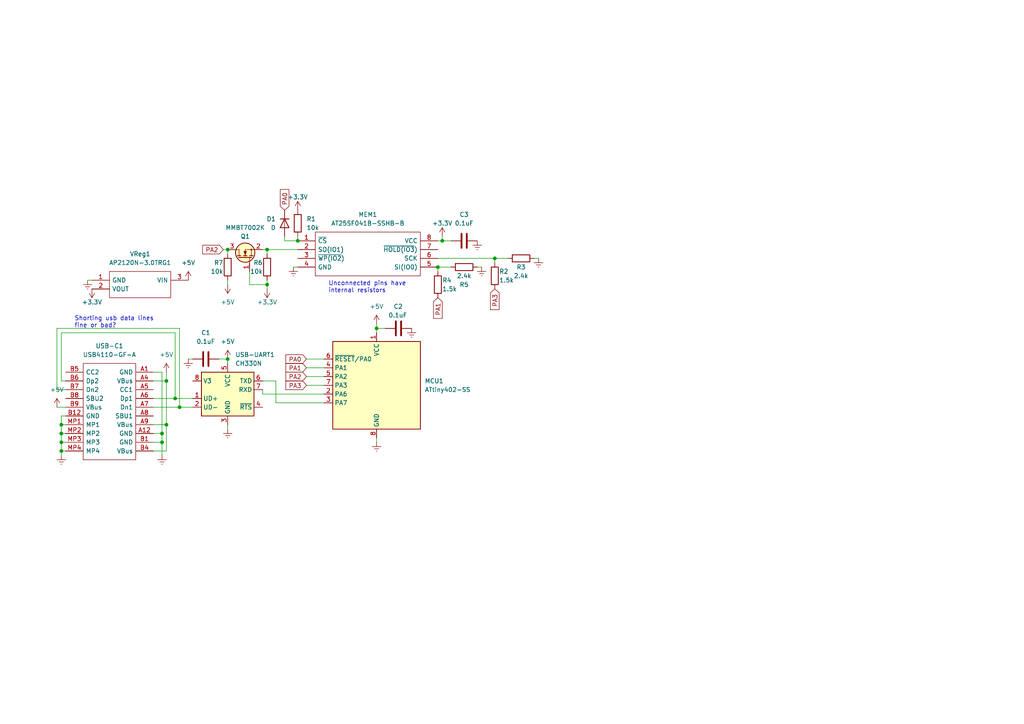
<source format=kicad_sch>
(kicad_sch (version 20230121) (generator eeschema)
  (paper "A4")
  (lib_symbols
    (symbol "Device:C" (pin_numbers hide) (pin_names (offset 0.254))
      (property "Reference" "C" (at 0.635 2.54 0))
      (property "Value" "C" (at 0.635 -2.54 0))
      (symbol "C_0_1"
        (polyline (pts (xy -2.032 -0.762) (xy 2.032 -0.762)) (stroke (width 0.508)))
        (polyline (pts (xy -2.032 0.762) (xy 2.032 0.762)) (stroke (width 0.508)))
      )
      (symbol "C_1_1"
        (pin passive line (at 0 3.81 270) (length 2.794) (name "~") (number "1"))
        (pin passive line (at 0 -3.81 90) (length 2.794) (name "~") (number "2"))
      )
    )
    (symbol "Device:D" (pin_numbers hide) (pin_names (offset 1.016) hide)
      (property "Reference" "D" (at 0 2.54 0))
      (property "Value" "D" (at 0 -2.54 0))
      (symbol "D_0_1"
        (polyline (pts (xy -1.27 1.27) (xy -1.27 -1.27)) (stroke (width 0.254)))
        (polyline (pts (xy 1.27 0) (xy -1.27 0)))
        (polyline (pts (xy 1.27 1.27) (xy 1.27 -1.27) (xy -1.27 0) (xy 1.27 1.27)) (stroke (width 0.254)))
      )
      (symbol "D_1_1"
        (pin passive line (at -3.81 0 0) (length 2.54) (name "K") (number "1"))
        (pin passive line (at 3.81 0 180) (length 2.54) (name "A") (number "2"))
      )
    )
    (symbol "Device:R" (pin_numbers hide) (pin_names (offset 0))
      (property "Reference" "R" (at 2.032 0 90))
      (property "Value" "R" (at 0 0 90))
      (symbol "R_0_1"
        (rectangle (start -1.016 -2.54) (end 1.016 2.54) (stroke (width 0.254)))
      )
      (symbol "R_1_1"
        (pin passive line (at 0 3.81 270) (length 1.27) (name "~") (number "1"))
        (pin passive line (at 0 -3.81 90) (length 1.27) (name "~") (number "2"))
      )
    )
    (symbol "Interface_USB:CH330N"
      (property "Reference" "U" (at -7.62 6.35 0))
      (property "Value" "CH330N" (at 7.62 6.35 0))
      (symbol "CH330N_0_1"
        (rectangle (start -7.62 5.08) (end 7.62 -7.62) (stroke (width 0.254)) (fill (type background)))
      )
      (symbol "CH330N_1_1"
        (pin bidirectional line (at -10.16 -2.54 0) (length 2.54) (name "UD+") (number "1"))
        (pin bidirectional line (at -10.16 -5.08 0) (length 2.54) (name "UD-") (number "2"))
        (pin power_in line (at 0 -10.16 90) (length 2.54) (name "GND") (number "3"))
        (pin output line (at 10.16 -5.08 180) (length 2.54) (name "~{RTS}") (number "4"))
        (pin power_in line (at 0 7.62 270) (length 2.54) (name "VCC") (number "5"))
        (pin output line (at 10.16 2.54 180) (length 2.54) (name "TXD") (number "6"))
        (pin input line (at 10.16 0 180) (length 2.54) (name "RXD") (number "7"))
        (pin passive line (at -10.16 2.54 0) (length 2.54) (name "V3") (number "8"))
      )
    )
    (symbol "MCU_Microchip_ATtiny:ATtiny402-SS"
      (property "Reference" "U" (at -12.7 13.97 0))
      (property "Value" "ATtiny402-SS" (at 2.54 -13.97 0))
      (symbol "ATtiny402-SS_0_1"
        (rectangle (start -12.7 -12.7) (end 12.7 12.7) (stroke (width 0.254)) (fill (type background)))
      )
      (symbol "ATtiny402-SS_1_1"
        (pin power_in line (at 0 15.24 270) (length 2.54) (name "VCC") (number "1"))
        (pin bidirectional line (at 15.24 -2.54 180) (length 2.54) (name "PA6") (number "2"))
        (pin bidirectional line (at 15.24 -5.08 180) (length 2.54) (name "PA7") (number "3"))
        (pin bidirectional line (at 15.24 5.08 180) (length 2.54) (name "PA1") (number "4"))
        (pin bidirectional line (at 15.24 2.54 180) (length 2.54) (name "PA2") (number "5"))
        (pin bidirectional line (at 15.24 7.62 180) (length 2.54) (name "~{RESET}/PA0") (number "6"))
        (pin bidirectional line (at 15.24 0 180) (length 2.54) (name "PA3") (number "7"))
        (pin power_in line (at 0 -15.24 90) (length 2.54) (name "GND") (number "8"))
      )
    )
    (symbol "PCM_Transistor_MOSFET_AKL:MMBT7002K" (pin_names hide)
      (property "Reference" "Q" (at 5.08 1.27 0))
      (property "Value" "MMBT7002K" (at 5.08 -1.27 0))
      (symbol "MMBT7002K_0_1"
        (polyline (pts (xy 0.254 -1.27) (xy -2.54 -1.27)))
        (polyline (pts (xy 0.254 1.905) (xy 0.254 -1.905)) (stroke (width 0.254)))
        (polyline (pts (xy 0.762 -1.778) (xy 2.54 -1.778)))
        (polyline (pts (xy 0.762 -1.27) (xy 0.762 -2.286)) (stroke (width 0.254)))
        (polyline (pts (xy 0.762 0.508) (xy 0.762 -0.508)) (stroke (width 0.254)))
        (polyline (pts (xy 0.762 2.286) (xy 0.762 1.27)) (stroke (width 0.254)))
        (polyline (pts (xy 2.54 1.778) (xy 0.762 1.778)))
        (polyline (pts (xy 2.54 2.54) (xy 2.54 1.778)))
        (polyline (pts (xy 2.54 -2.54) (xy 2.54 0) (xy 0.762 0)))
        (polyline (pts (xy 1.016 0) (xy 2.032 0.381) (xy 2.032 -0.381) (xy 1.016 0)) (fill (type outline)))
        (circle (center 1.651 0) (radius 2.794) (stroke (width 0.254)) (fill (type background)))
        (circle (center 2.54 -1.778) (radius 0.1778) (fill (type outline)))
      )
      (symbol "MMBT7002K_1_1"
        (pin input line (at -3.81 -1.27 0) (length 2.54) (name "G") (number "1"))
        (pin passive line (at 2.54 -5.08 90) (length 2.54) (name "S") (number "2"))
        (pin passive line (at 2.54 5.08 270) (length 2.54) (name "D") (number "3"))
      )
    )
    (symbol "Samacsys:AP2120N-3.0TRG1" (pin_names (offset 0.762))
      (property "Reference" "IC" (at 24.13 7.62 0))
      (property "Value" "AP2120N-3.0TRG1" (at 24.13 5.08 0))
      (symbol "AP2120N-3.0TRG1_0_0"
        (pin passive line (at 0 0 0) (length 5.08) (name "GND") (number "1"))
        (pin passive line (at 0 -2.54 0) (length 5.08) (name "VOUT") (number "2"))
        (pin passive line (at 27.94 0 180) (length 5.08) (name "VIN") (number "3"))
      )
      (symbol "AP2120N-3.0TRG1_0_1"
        (polyline (pts (xy 5.08 2.54) (xy 22.86 2.54) (xy 22.86 -5.08) (xy 5.08 -5.08) (xy 5.08 2.54)) (stroke (width 0.1524)))
      )
    )
    (symbol "Samacsys:AT25SF041B-SSHB-B" (pin_names (offset 0.762))
      (property "Reference" "IC" (at 36.83 7.62 0))
      (property "Value" "AT25SF041B-SSHB-B" (at 36.83 5.08 0))
      (symbol "AT25SF041B-SSHB-B_0_0"
        (pin passive line (at 0 0 0) (length 5.08) (name "~{CS}") (number "1"))
        (pin passive line (at 0 -2.54 0) (length 5.08) (name "SO(IO1)") (number "2"))
        (pin passive line (at 0 -5.08 0) (length 5.08) (name "~{WP(IO2})") (number "3"))
        (pin passive line (at 0 -7.62 0) (length 5.08) (name "GND") (number "4"))
        (pin passive line (at 40.64 -7.62 180) (length 5.08) (name "SI(IO0)") (number "5"))
        (pin passive line (at 40.64 -5.08 180) (length 5.08) (name "SCK") (number "6"))
        (pin passive line (at 40.64 -2.54 180) (length 5.08) (name "~{HOLD(IO3})") (number "7"))
        (pin passive line (at 40.64 0 180) (length 5.08) (name "VCC") (number "8"))
      )
      (symbol "AT25SF041B-SSHB-B_0_1"
        (polyline (pts (xy 5.08 2.54) (xy 35.56 2.54) (xy 35.56 -10.16) (xy 5.08 -10.16) (xy 5.08 2.54)) (stroke (width 0.1524)))
      )
    )
    (symbol "Samacsys:USB4110-GF-A" (pin_names (offset 0.762))
      (property "Reference" "J1" (at 12.7 7.62 0))
      (property "Value" "USB4110-GF-A" (at 12.7 5.08 0))
      (symbol "USB4110-GF-A_0_0"
        (pin passive line (at 25.4 -15.24 180) (length 5.08) (name "MP1") (number "MP1"))
        (pin passive line (at 25.4 -17.78 180) (length 5.08) (name "MP2") (number "MP2"))
        (pin passive line (at 25.4 -20.32 180) (length 5.08) (name "MP3") (number "MP3"))
        (pin passive line (at 25.4 -22.86 180) (length 5.08) (name "MP4") (number "MP4"))
      )
      (symbol "USB4110-GF-A_0_1"
        (polyline (pts (xy 5.08 2.54) (xy 20.32 2.54) (xy 20.32 -25.4) (xy 5.08 -25.4) (xy 5.08 2.54)) (stroke (width 0.1524)))
      )
      (symbol "USB4110-GF-A_1_0"
        (pin passive line (at 0 0 0) (length 5.08) (name "GND") (number "A1"))
        (pin passive line (at 0 -17.78 0) (length 5.08) (name "GND") (number "A12"))
        (pin passive line (at 0 -2.54 0) (length 5.08) (name "VBus") (number "A4"))
        (pin passive line (at 0 -5.08 0) (length 5.08) (name "CC1") (number "A5"))
        (pin passive line (at 0 -7.62 0) (length 5.08) (name "Dp1") (number "A6"))
        (pin passive line (at 0 -10.16 0) (length 5.08) (name "Dn1") (number "A7"))
        (pin passive line (at 0 -12.7 0) (length 5.08) (name "SBU1") (number "A8"))
        (pin passive line (at 0 -15.24 0) (length 5.08) (name "VBus") (number "A9"))
        (pin passive line (at 0 -20.32 0) (length 5.08) (name "GND") (number "B1"))
        (pin passive line (at 25.4 -12.7 180) (length 5.08) (name "GND") (number "B12"))
        (pin passive line (at 0 -22.86 0) (length 5.08) (name "VBus") (number "B4"))
        (pin passive line (at 25.4 0 180) (length 5.08) (name "CC2") (number "B5"))
        (pin passive line (at 25.4 -2.54 180) (length 5.08) (name "Dp2") (number "B6"))
        (pin passive line (at 25.4 -5.08 180) (length 5.08) (name "Dn2") (number "B7"))
        (pin passive line (at 25.4 -7.62 180) (length 5.08) (name "SBU2") (number "B8"))
        (pin passive line (at 25.4 -10.16 180) (length 5.08) (name "VBus") (number "B9"))
      )
    )
    (symbol "power:+3.3V" (power) (pin_names (offset 0))
      (property "Value" "+3.3V" (at 0 3.556 0))
      (symbol "+3.3V_0_1"
        (polyline (pts (xy -0.762 1.27) (xy 0 2.54)))
        (polyline (pts (xy 0 0) (xy 0 2.54)))
        (polyline (pts (xy 0 2.54) (xy 0.762 1.27)))
      )
      (symbol "+3.3V_1_1"
        (pin power_in line (at 0 0 90) (length 0) hide (name "+3.3V") (number "1"))
      )
    )
    (symbol "power:+5V" (power) (pin_names (offset 0))
      (property "Value" "+5V" (at 0 3.556 0))
      (symbol "+5V_0_1"
        (polyline (pts (xy -0.762 1.27) (xy 0 2.54)))
        (polyline (pts (xy 0 0) (xy 0 2.54)))
        (polyline (pts (xy 0 2.54) (xy 0.762 1.27)))
      )
      (symbol "+5V_1_1"
        (pin power_in line (at 0 0 90) (length 0) hide (name "+5V") (number "1"))
      )
    )
    (symbol "power:Earth" (power) (pin_names (offset 0))
      (symbol "Earth_0_1"
        (polyline (pts (xy -0.635 -1.905) (xy 0.635 -1.905)))
        (polyline (pts (xy -0.127 -2.54) (xy 0.127 -2.54)))
        (polyline (pts (xy 0 -1.27) (xy 0 0)))
        (polyline (pts (xy 1.27 -1.27) (xy -1.27 -1.27)))
      )
      (symbol "Earth_1_1"
        (pin power_in line (at 0 0 270) (length 0) hide (name "Earth") (number "1"))
      )
    )
  )
  (junction (at 86.36 69.85))
  (junction (at 46.99 125.73))
  (junction (at 143.51 74.93))
  (junction (at 17.78 128.27))
  (junction (at 128.27 69.85))
  (junction (at 17.78 123.19))
  (junction (at 109.22 95.25))
  (junction (at 66.04 72.39))
  (junction (at 77.47 82.55))
  (junction (at 77.47 72.39))
  (junction (at 17.78 125.73))
  (junction (at 66.04 104.14))
  (junction (at 46.99 128.27))
  (junction (at 48.26 123.19))
  (junction (at 17.78 130.81))
  (junction (at 52.07 118.11))
  (junction (at 48.26 110.49))
  (junction (at 50.8 115.57))
  (junction (at 127 77.47))
  (wire (pts (xy 16.51 95.25) (xy 52.07 95.25)))
  (wire (pts (xy 127 77.47) (xy 130.81 77.47)))
  (wire (pts (xy 17.78 128.27) (xy 17.78 125.73)))
  (wire (pts (xy 76.2 110.49) (xy 80.01 110.49)))
  (wire (pts (xy 88.9 104.14) (xy 93.98 104.14)))
  (wire (pts (xy 127 77.47) (xy 127 78.74)))
  (wire (pts (xy 77.47 72.39) (xy 86.36 72.39)))
  (wire (pts (xy 46.99 125.73) (xy 46.99 107.95)))
  (wire (pts (xy 143.51 74.93) (xy 147.32 74.93)))
  (wire (pts (xy 82.55 69.85) (xy 86.36 69.85)))
  (wire (pts (xy 16.51 118.11) (xy 19.05 118.11)))
  (wire (pts (xy 17.78 125.73) (xy 19.05 125.73)))
  (wire (pts (xy 77.47 72.39) (xy 76.2 72.39)))
  (wire (pts (xy 17.78 123.19) (xy 19.05 123.19)))
  (wire (pts (xy 109.22 95.25) (xy 111.76 95.25)))
  (wire (pts (xy 17.78 96.52) (xy 50.8 96.52)))
  (wire (pts (xy 44.45 118.11) (xy 52.07 118.11)))
  (wire (pts (xy 88.9 106.68) (xy 93.98 106.68)))
  (wire (pts (xy 46.99 107.95) (xy 44.45 107.95)))
  (wire (pts (xy 66.04 123.19) (xy 66.04 124.46)))
  (wire (pts (xy 109.22 127) (xy 109.22 128.27)))
  (wire (pts (xy 48.26 107.95) (xy 48.26 110.49)))
  (wire (pts (xy 77.47 82.55) (xy 77.47 83.82)))
  (wire (pts (xy 17.78 132.08) (xy 17.78 130.81)))
  (wire (pts (xy 143.51 74.93) (xy 143.51 76.2)))
  (wire (pts (xy 64.77 72.39) (xy 66.04 72.39)))
  (wire (pts (xy 88.9 109.22) (xy 93.98 109.22)))
  (wire (pts (xy 16.51 113.03) (xy 16.51 95.25)))
  (wire (pts (xy 48.26 130.81) (xy 44.45 130.81)))
  (wire (pts (xy 17.78 125.73) (xy 17.78 123.19)))
  (wire (pts (xy 66.04 104.14) (xy 66.04 105.41)))
  (wire (pts (xy 66.04 72.39) (xy 66.04 73.66)))
  (wire (pts (xy 77.47 81.28) (xy 77.47 82.55)))
  (wire (pts (xy 50.8 115.57) (xy 55.88 115.57)))
  (wire (pts (xy 46.99 125.73) (xy 44.45 125.73)))
  (wire (pts (xy 128.27 68.58) (xy 128.27 69.85)))
  (wire (pts (xy 76.2 114.3) (xy 93.98 114.3)))
  (wire (pts (xy 86.36 68.58) (xy 86.36 69.85)))
  (wire (pts (xy 17.78 123.19) (xy 17.78 120.65)))
  (wire (pts (xy 48.26 110.49) (xy 44.45 110.49)))
  (wire (pts (xy 77.47 72.39) (xy 77.47 73.66)))
  (wire (pts (xy 109.22 95.25) (xy 109.22 96.52)))
  (wire (pts (xy 85.09 77.47) (xy 86.36 77.47)))
  (wire (pts (xy 54.61 104.14) (xy 55.88 104.14)))
  (wire (pts (xy 46.99 128.27) (xy 44.45 128.27)))
  (wire (pts (xy 72.39 78.74) (xy 72.39 82.55)))
  (wire (pts (xy 80.01 110.49) (xy 80.01 116.84)))
  (wire (pts (xy 48.26 123.19) (xy 44.45 123.19)))
  (wire (pts (xy 17.78 128.27) (xy 19.05 128.27)))
  (wire (pts (xy 46.99 128.27) (xy 46.99 125.73)))
  (wire (pts (xy 48.26 110.49) (xy 48.26 123.19)))
  (wire (pts (xy 52.07 118.11) (xy 52.07 95.25)))
  (wire (pts (xy 48.26 123.19) (xy 48.26 130.81)))
  (wire (pts (xy 16.51 113.03) (xy 19.05 113.03)))
  (wire (pts (xy 19.05 110.49) (xy 17.78 110.49)))
  (wire (pts (xy 17.78 130.81) (xy 17.78 128.27)))
  (wire (pts (xy 154.94 74.93) (xy 156.21 74.93)))
  (wire (pts (xy 138.43 77.47) (xy 139.7 77.47)))
  (wire (pts (xy 44.45 115.57) (xy 50.8 115.57)))
  (wire (pts (xy 127 69.85) (xy 128.27 69.85)))
  (wire (pts (xy 17.78 130.81) (xy 19.05 130.81)))
  (wire (pts (xy 88.9 111.76) (xy 93.98 111.76)))
  (wire (pts (xy 52.07 118.11) (xy 55.88 118.11)))
  (wire (pts (xy 46.99 132.08) (xy 46.99 128.27)))
  (wire (pts (xy 50.8 96.52) (xy 50.8 115.57)))
  (wire (pts (xy 80.01 116.84) (xy 93.98 116.84)))
  (wire (pts (xy 63.5 104.14) (xy 66.04 104.14)))
  (wire (pts (xy 77.47 82.55) (xy 72.39 82.55)))
  (wire (pts (xy 82.55 69.85) (xy 82.55 68.58)))
  (wire (pts (xy 25.4 81.28) (xy 26.67 81.28)))
  (wire (pts (xy 127 74.93) (xy 143.51 74.93)))
  (wire (pts (xy 109.22 93.98) (xy 109.22 95.25)))
  (wire (pts (xy 17.78 120.65) (xy 19.05 120.65)))
  (wire (pts (xy 17.78 110.49) (xy 17.78 96.52)))
  (wire (pts (xy 128.27 69.85) (xy 130.81 69.85)))
  (wire (pts (xy 76.2 113.03) (xy 76.2 114.3)))
  (wire (pts (xy 66.04 81.28) (xy 66.04 82.55)))
  (text "Unconnected pins have\ninternal resistors" (at 95.25 85.09 0) (effects (font (size 1.27 1.27)) (justify left bottom)))
  (text "Shorting usb data lines\nfine or bad?\n" (at 21.59 95.25 0) (effects (font (size 1.27 1.27)) (justify left bottom)))
  (global_label "PA2" (shape input) (at 88.9 109.22 180) (property "Intersheetrefs" "${INTERSHEET_REFS}" (effects hide)))
  (global_label "PA2" (shape input) (at 64.77 72.39 180) (property "Intersheetrefs" "${INTERSHEET_REFS}" (effects hide)))
  (global_label "PA0" (shape input) (at 82.55 60.96 90) (property "Intersheetrefs" "${INTERSHEET_REFS}" (effects hide)))
  (global_label "PA3" (shape input) (at 88.9 111.76 180) (property "Intersheetrefs" "${INTERSHEET_REFS}" (effects hide)))
  (global_label "PA1" (shape input) (at 88.9 106.68 180) (property "Intersheetrefs" "${INTERSHEET_REFS}" (effects hide)))
  (global_label "PA0" (shape input) (at 88.9 104.14 180) (property "Intersheetrefs" "${INTERSHEET_REFS}" (effects hide)))
  (global_label "PA3" (shape input) (at 143.51 83.82 270) (property "Intersheetrefs" "${INTERSHEET_REFS}" (effects hide)))
  (global_label "PA1" (shape input) (at 127 86.36 270) (property "Intersheetrefs" "${INTERSHEET_REFS}" (effects hide)))
  (symbol (lib_id "MCU_Microchip_ATtiny:ATtiny402-SS") (at 109.22 111.76 0) (mirror y) (unit 1)
    (property "Reference" "MCU1" (at 123.19 110.49 0) (effects (justify right)))
    (property "Value" "ATtiny402-SS" (at 123.19 113.03 0) (effects (justify right)))
    (property "Footprint" "Package_SO:SOIC-8_3.9x4.9mm_P1.27mm" (effects hide))
    (property "Datasheet" "http://ww1.microchip.com/downloads/en/DeviceDoc/ATtiny202-402-AVR-MCU-with-Core-Independent-Peripherals_and-picoPower-40001969A.pdf" (effects hide))
  )
  (symbol (lib_id "Interface_USB:CH330N") (at 66.04 113.03 0) (unit 1)
    (property "Reference" "USB-UART1" (at 68.2341 102.87 0) (effects (justify left)))
    (property "Value" "CH330N" (at 68.2341 105.41 0) (effects (justify left)))
    (property "Footprint" "Package_SO:SOIC-8_3.9x4.9mm_P1.27mm" (effects hide))
    (property "Datasheet" "http://www.wch.cn/downloads/file/240.html" (effects hide))
  )
  (symbol (lib_id "Samacsys:AP2120N-3.0TRG1") (at 26.67 81.28 0) (unit 1)
    (property "Reference" "VReg1" (at 40.64 73.66 0))
    (property "Value" "AP2120N-3.0TRG1" (at 40.64 76.2 0))
    (property "Footprint" "Samacsys:SOT96P240X120-3N" (effects hide))
    (property "Datasheet" "https://www.diodes.com/assets/Datasheets/AP2120.pdf" (effects hide))
    (property "Description" "LDO Voltage Regulators 250mA CMOS LDO 3.0V 200mV" (effects hide))
    (property "Height" "1.2" (effects hide))
    (property "Manufacturer_Name" "Diodes Incorporated" (effects hide))
    (property "Manufacturer_Part_Number" "AP2120N-3.0TRG1" (effects hide))
    (property "Mouser Part Number" "621-AP2120N-3.0TRG1" (effects hide))
    (property "Mouser Price/Stock" "https://www.mouser.co.uk/ProductDetail/Diodes-Incorporated/AP2120N-3.0TRG1?qs=x6A8l6qLYDDoffGIuz1O7A%3D%3D" (effects hide))
    (property "Arrow Part Number" "AP2120N-3.0TRG1" (effects hide))
    (property "Arrow Price/Stock" "https://www.arrow.com/en/products/ap2120n-3.0trg1/diodes-incorporated?region=nac" (effects hide))
  )
  (symbol (lib_id "power:Earth") (at 25.4 81.28 0) (unit 1)
    (property "Reference" "#PWR011" (effects hide))
    (property "Value" "Earth" (effects hide))
  )
  (symbol (lib_id "power:Earth") (at 46.99 132.08 0) (mirror y) (unit 1)
    (property "Reference" "#PWR04" (effects hide))
    (property "Value" "Earth" (effects hide))
  )
  (symbol (lib_id "power:+5V") (at 109.22 93.98 0) (unit 1)
    (property "Reference" "#PWR01" (effects hide))
    (property "Value" "+5V" (at 109.22 88.9 0))
  )
  (symbol (lib_id "power:Earth") (at 17.78 132.08 0) (mirror y) (unit 1)
    (property "Reference" "#PWR08" (effects hide))
    (property "Value" "Earth" (effects hide))
  )
  (symbol (lib_id "Device:R") (at 77.47 77.47 0) (mirror y) (unit 1)
    (property "Reference" "R6" (at 76.2 76.2 0) (effects (justify left)))
    (property "Value" "10k" (at 76.2 78.74 0) (effects (justify left)))
    (property "Footprint" "Resistor_SMD:R_0805_2012Metric" (effects hide))
  )
  (symbol (lib_id "Samacsys:AT25SF041B-SSHB-B") (at 86.36 69.85 0) (unit 1)
    (property "Reference" "MEM1" (at 106.68 62.23 0))
    (property "Value" "AT25SF041B-SSHB-B" (at 106.68 64.77 0))
    (property "Footprint" "Samacsys:SOIC127P600X175-8N" (effects hide))
    (property "Datasheet" "https://www.renesas.com/us/en/products/memory-logic/non-volatile-memory/spi-nor-flash/dual-quad-spi-memory/at25sf041b-4mbit-27v-minimum-spi-serial-flash-memory-dual-io-support" (effects hide))
    (property "Description" "The AT25SF041B is a member of our standard class code and data storage solutions designed for 3V systems in which program code is shadowed from Flash memory into embedded or external RAM for execution.The architecture includes erase block sizes that are optimized to meet the needs of today\\'s code and data storage applications and three security register pages for unique device serialization, system-level Electronic Serial Number (ESN) storage, locked key storage, etc.	Universally compatible pinout and comma" (effects hide))
    (property "Height" "1.75" (effects hide))
    (property "Manufacturer_Name" "Renesas Electronics" (effects hide))
    (property "Manufacturer_Part_Number" "AT25SF041B-SSHB-B" (effects hide))
    (property "Mouser Part Number" "988-AT25SF041-SSH-B" (effects hide))
    (property "Mouser Price/Stock" "https://www.mouser.co.uk/ProductDetail/Renesas-Dialog/AT25SF041B-SSHB-B?qs=IS%252B4QmGtzzpXYmyz2tD79g%3D%3D" (effects hide))
  )
  (symbol (lib_id "power:+3.3V") (at 128.27 68.58 0) (unit 1)
    (property "Reference" "#PWR019" (effects hide))
    (property "Value" "+3.3V" (at 128.27 64.77 0))
  )
  (symbol (lib_id "power:+5V") (at 16.51 118.11 0) (mirror y) (unit 1)
    (property "Reference" "#PWR07" (effects hide))
    (property "Value" "+5V" (at 16.51 113.03 0))
  )
  (symbol (lib_id "Device:C") (at 59.69 104.14 90) (unit 1)
    (property "Reference" "C1" (at 59.69 96.52 90))
    (property "Value" "0.1uF" (at 59.69 99.06 90))
    (property "Footprint" "Capacitor_SMD:C_0805_2012Metric_Pad1.18x1.45mm_HandSolder" (effects hide))
  )
  (symbol (lib_id "power:Earth") (at 109.22 128.27 0) (unit 1)
    (property "Reference" "#PWR02" (effects hide))
    (property "Value" "Earth" (effects hide))
  )
  (symbol (lib_id "power:+3.3V") (at 26.67 83.82 180) (unit 1)
    (property "Reference" "#PWR017" (effects hide))
    (property "Value" "+3.3V" (at 26.67 87.63 0))
  )
  (symbol (lib_id "power:+5V") (at 66.04 82.55 180) (unit 1)
    (property "Reference" "#PWR021" (effects hide))
    (property "Value" "+5V" (at 66.04 87.63 0))
  )
  (symbol (lib_id "Device:R") (at 151.13 74.93 90) (mirror x) (unit 1)
    (property "Reference" "R3" (at 151.13 77.47 90))
    (property "Value" "2.4k" (at 151.13 80.01 90))
    (property "Footprint" "Resistor_SMD:R_0805_2012Metric" (effects hide))
  )
  (symbol (lib_id "Device:R") (at 143.51 80.01 0) (unit 1)
    (property "Reference" "R2" (at 144.78 78.74 0) (effects (justify left)))
    (property "Value" "1.5k" (at 144.78 81.28 0) (effects (justify left)))
    (property "Footprint" "Resistor_SMD:R_0805_2012Metric" (effects hide))
  )
  (symbol (lib_id "Device:C") (at 134.62 69.85 90) (unit 1)
    (property "Reference" "C3" (at 134.62 62.23 90))
    (property "Value" "0.1uF" (at 134.62 64.77 90))
    (property "Footprint" "Capacitor_SMD:C_0805_2012Metric_Pad1.18x1.45mm_HandSolder" (effects hide))
  )
  (symbol (lib_id "power:Earth") (at 156.21 74.93 0) (unit 1)
    (property "Reference" "#PWR015" (effects hide))
    (property "Value" "Earth" (effects hide))
  )
  (symbol (lib_id "power:Earth") (at 85.09 77.47 0) (unit 1)
    (property "Reference" "#PWR010" (effects hide))
    (property "Value" "Earth" (effects hide))
  )
  (symbol (lib_id "power:Earth") (at 139.7 77.47 0) (unit 1)
    (property "Reference" "#PWR016" (effects hide))
    (property "Value" "Earth" (effects hide))
  )
  (symbol (lib_id "power:+5V") (at 66.04 104.14 0) (unit 1)
    (property "Reference" "#PWR05" (effects hide))
    (property "Value" "+5V" (at 66.04 99.06 0))
  )
  (symbol (lib_id "Device:R") (at 66.04 77.47 0) (mirror y) (unit 1)
    (property "Reference" "R7" (at 64.77 76.2 0) (effects (justify left)))
    (property "Value" "10k" (at 64.77 78.74 0) (effects (justify left)))
    (property "Footprint" "Resistor_SMD:R_0805_2012Metric" (effects hide))
  )
  (symbol (lib_id "Device:R") (at 127 82.55 0) (unit 1)
    (property "Reference" "R4" (at 128.27 81.28 0) (effects (justify left)))
    (property "Value" "1.5k" (at 128.27 83.82 0) (effects (justify left)))
    (property "Footprint" "Resistor_SMD:R_0805_2012Metric" (effects hide))
  )
  (symbol (lib_id "power:+3.3V") (at 77.47 83.82 180) (unit 1)
    (property "Reference" "#PWR020" (effects hide))
    (property "Value" "+3.3V" (at 77.47 87.63 0))
  )
  (symbol (lib_id "power:Earth") (at 119.38 95.25 0) (unit 1)
    (property "Reference" "#PWR013" (effects hide))
    (property "Value" "Earth" (effects hide))
  )
  (symbol (lib_id "power:+3.3V") (at 86.36 60.96 0) (unit 1)
    (property "Reference" "#PWR018" (effects hide))
    (property "Value" "+3.3V" (at 86.36 57.15 0))
  )
  (symbol (lib_id "power:Earth") (at 54.61 104.14 0) (unit 1)
    (property "Reference" "#PWR014" (effects hide))
    (property "Value" "Earth" (effects hide))
  )
  (symbol (lib_id "PCM_Transistor_MOSFET_AKL:MMBT7002K") (at 71.12 74.93 90) (unit 1)
    (property "Reference" "Q1" (at 71.12 68.58 90))
    (property "Value" "MMBT7002K" (at 71.12 66.04 90))
    (property "Footprint" "PCM_Package_TO_SOT_SMD_AKL:SOT-23" (effects hide))
    (property "Datasheet" "https://www.tme.eu/Document/cb8ab1f8b3f32b642ade1ec859618bc3/mmbt7002k.pdf" (effects hide))
  )
  (symbol (lib_id "power:Earth") (at 138.43 69.85 0) (unit 1)
    (property "Reference" "#PWR012" (effects hide))
    (property "Value" "Earth" (effects hide))
  )
  (symbol (lib_id "Device:R") (at 134.62 77.47 90) (mirror x) (unit 1)
    (property "Reference" "R5" (at 134.62 82.55 90))
    (property "Value" "2.4k" (at 134.62 80.01 90))
    (property "Footprint" "Resistor_SMD:R_0805_2012Metric" (effects hide))
  )
  (symbol (lib_id "Device:C") (at 115.57 95.25 90) (unit 1)
    (property "Reference" "C2" (at 116.84 88.9 90) (effects (justify left)))
    (property "Value" "0.1uF" (at 118.11 91.44 90) (effects (justify left)))
    (property "Footprint" "Capacitor_SMD:C_0805_2012Metric" (effects hide))
  )
  (symbol (lib_id "Samacsys:USB4110-GF-A") (at 44.45 107.95 0) (mirror y) (unit 1)
    (property "Reference" "USB-C1" (at 31.75 100.33 0))
    (property "Value" "USB4110-GF-A" (at 31.75 102.87 0))
    (property "Footprint" "Samacsys:USB4110GFA" (effects hide))
    (property "Datasheet" "https://gct.co/files/drawings/usb4110.pdf" (effects hide))
    (property "Description" "CONN USB 2.0 TYPE-C R/A SMT" (effects hide))
    (property "Height" "3.26" (effects hide))
    (property "Mouser Part Number" "640-USB4110-GF-A" (effects hide))
    (property "Mouser Price/Stock" "https://www.mouser.co.uk/ProductDetail/GCT/USB4110-GF-A?qs=KUoIvG%2F9IlYiZvIXQjyJeA%3D%3D" (effects hide))
    (property "Manufacturer_Name" "GCT (GLOBAL CONNECTOR TECHNOLOGY)" (effects hide))
    (property "Manufacturer_Part_Number" "USB4110-GF-A" (effects hide))
  )
  (symbol (lib_id "power:+5V") (at 54.61 81.28 0) (unit 1)
    (property "Reference" "#PWR09" (effects hide))
    (property "Value" "+5V" (at 54.61 76.2 0))
  )
  (symbol (lib_id "Device:D") (at 82.55 64.77 90) (mirror x) (unit 1)
    (property "Reference" "D1" (at 80.01 63.5 90) (effects (justify left)))
    (property "Value" "D" (at 80.01 66.04 90) (effects (justify left)))
    (property "Footprint" "Diode_SMD:D_0805_2012Metric" (effects hide))
    (property "Sim.Device" "D" (effects hide))
    (property "Sim.Pins" "1=K 2=A" (effects hide))
  )
  (symbol (lib_id "power:Earth") (at 66.04 124.46 0) (unit 1)
    (property "Reference" "#PWR06" (effects hide))
    (property "Value" "Earth" (effects hide))
  )
  (symbol (lib_id "Device:R") (at 86.36 64.77 0) (unit 1)
    (property "Reference" "R1" (at 88.9 63.5 0) (effects (justify left)))
    (property "Value" "10k" (at 88.9 66.04 0) (effects (justify left)))
    (property "Footprint" "Resistor_SMD:R_0805_2012Metric" (effects hide))
  )
  (symbol (lib_id "power:+5V") (at 48.26 107.95 0) (mirror y) (unit 1)
    (property "Reference" "#PWR03" (effects hide))
    (property "Value" "+5V" (at 48.26 102.87 0))
  )
)
</source>
